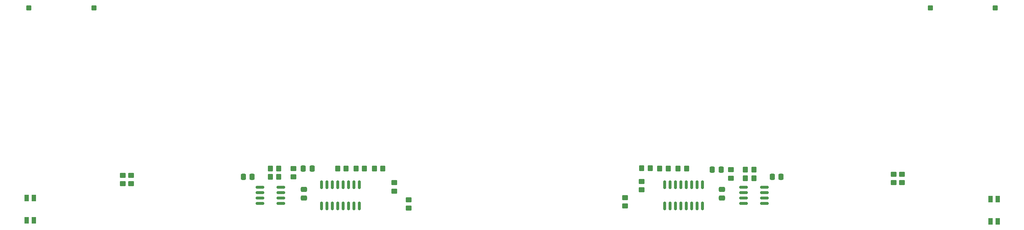
<source format=gtp>
%TF.GenerationSoftware,KiCad,Pcbnew,7.0.7-2.fc38*%
%TF.CreationDate,2023-10-05T15:26:06+05:30*%
%TF.ProjectId,tako,74616b6f-2e6b-4696-9361-645f70636258,rev?*%
%TF.SameCoordinates,Original*%
%TF.FileFunction,Paste,Top*%
%TF.FilePolarity,Positive*%
%FSLAX46Y46*%
G04 Gerber Fmt 4.6, Leading zero omitted, Abs format (unit mm)*
G04 Created by KiCad (PCBNEW 7.0.7-2.fc38) date 2023-10-05 15:26:06*
%MOMM*%
%LPD*%
G01*
G04 APERTURE LIST*
G04 Aperture macros list*
%AMRoundRect*
0 Rectangle with rounded corners*
0 $1 Rounding radius*
0 $2 $3 $4 $5 $6 $7 $8 $9 X,Y pos of 4 corners*
0 Add a 4 corners polygon primitive as box body*
4,1,4,$2,$3,$4,$5,$6,$7,$8,$9,$2,$3,0*
0 Add four circle primitives for the rounded corners*
1,1,$1+$1,$2,$3*
1,1,$1+$1,$4,$5*
1,1,$1+$1,$6,$7*
1,1,$1+$1,$8,$9*
0 Add four rect primitives between the rounded corners*
20,1,$1+$1,$2,$3,$4,$5,0*
20,1,$1+$1,$4,$5,$6,$7,0*
20,1,$1+$1,$6,$7,$8,$9,0*
20,1,$1+$1,$8,$9,$2,$3,0*%
G04 Aperture macros list end*
%ADD10RoundRect,0.312500X-0.312500X-0.312500X0.312500X-0.312500X0.312500X0.312500X-0.312500X0.312500X0*%
%ADD11RoundRect,0.250000X0.350000X0.450000X-0.350000X0.450000X-0.350000X-0.450000X0.350000X-0.450000X0*%
%ADD12RoundRect,0.250000X0.337500X0.475000X-0.337500X0.475000X-0.337500X-0.475000X0.337500X-0.475000X0*%
%ADD13RoundRect,0.250000X-0.450000X0.350000X-0.450000X-0.350000X0.450000X-0.350000X0.450000X0.350000X0*%
%ADD14RoundRect,0.250000X-0.350000X-0.450000X0.350000X-0.450000X0.350000X0.450000X-0.350000X0.450000X0*%
%ADD15R,1.000000X1.550000*%
%ADD16RoundRect,0.150000X0.825000X0.150000X-0.825000X0.150000X-0.825000X-0.150000X0.825000X-0.150000X0*%
%ADD17RoundRect,0.150000X-0.825000X-0.150000X0.825000X-0.150000X0.825000X0.150000X-0.825000X0.150000X0*%
%ADD18RoundRect,0.250000X0.450000X-0.350000X0.450000X0.350000X-0.450000X0.350000X-0.450000X-0.350000X0*%
%ADD19RoundRect,0.250000X0.475000X-0.337500X0.475000X0.337500X-0.475000X0.337500X-0.475000X-0.337500X0*%
%ADD20RoundRect,0.250000X-0.337500X-0.475000X0.337500X-0.475000X0.337500X0.475000X-0.337500X0.475000X0*%
%ADD21RoundRect,0.150000X0.150000X-0.825000X0.150000X0.825000X-0.150000X0.825000X-0.150000X-0.825000X0*%
%ADD22RoundRect,0.312500X0.312500X0.312500X-0.312500X0.312500X-0.312500X-0.312500X0.312500X-0.312500X0*%
%ADD23RoundRect,0.150000X-0.150000X0.825000X-0.150000X-0.825000X0.150000X-0.825000X0.150000X0.825000X0*%
G04 APERTURE END LIST*
D10*
%TO.C,BAT_HOLE-101*%
X38155480Y-57819423D03*
%TD*%
D11*
%TO.C,JP101*%
X96923373Y-95592136D03*
X94923373Y-95592136D03*
%TD*%
D12*
%TO.C,C3*%
X215026049Y-97598989D03*
X212951049Y-97598989D03*
%TD*%
D13*
%TO.C,R12*%
X243439963Y-96966057D03*
X243439963Y-98966057D03*
%TD*%
D14*
%TO.C,R107*%
X110741405Y-95592136D03*
X112741405Y-95592136D03*
%TD*%
D15*
%TO.C,RSW1*%
X265965971Y-102795627D03*
X265965971Y-108045627D03*
X264265971Y-102795627D03*
X264265971Y-108045627D03*
%TD*%
D16*
%TO.C,U103*%
X97398371Y-103842135D03*
X97398371Y-102572135D03*
X97398371Y-101302135D03*
X97398371Y-100032135D03*
X92448371Y-100032135D03*
X92448371Y-101302135D03*
X92448371Y-102572135D03*
X92448371Y-103842135D03*
%TD*%
D14*
%TO.C,R109*%
X115057340Y-95592136D03*
X117057340Y-95592136D03*
%TD*%
D11*
%TO.C,R7*%
X192804486Y-95592133D03*
X190804486Y-95592133D03*
%TD*%
D17*
%TO.C,U3*%
X206147514Y-100032135D03*
X206147514Y-101302135D03*
X206147514Y-102572135D03*
X206147514Y-103842135D03*
X211097514Y-103842135D03*
X211097514Y-102572135D03*
X211097514Y-101302135D03*
X211097514Y-100032135D03*
%TD*%
D10*
%TO.C,BAT_HOLE+1*%
X250116908Y-57819421D03*
%TD*%
D18*
%TO.C,R105*%
X127410896Y-104957579D03*
X127410896Y-102957579D03*
%TD*%
D11*
%TO.C,R110*%
X96923372Y-97592136D03*
X94923372Y-97592136D03*
%TD*%
D19*
%TO.C,C102*%
X102839547Y-102579634D03*
X102839547Y-100504634D03*
%TD*%
D20*
%TO.C,C1*%
X198822514Y-95898991D03*
X200897514Y-95898991D03*
%TD*%
D14*
%TO.C,R108*%
X119373278Y-95592134D03*
X121373278Y-95592134D03*
%TD*%
D18*
%TO.C,R9*%
X182238550Y-100648990D03*
X182238550Y-98648990D03*
%TD*%
D11*
%TO.C,R6*%
X184238547Y-95542492D03*
X182238547Y-95542492D03*
%TD*%
D19*
%TO.C,C2*%
X201122517Y-102579991D03*
X201122517Y-100504991D03*
%TD*%
D11*
%TO.C,R5*%
X188488548Y-95592136D03*
X186488548Y-95592136D03*
%TD*%
D14*
%TO.C,R10*%
X206622514Y-97898990D03*
X208622514Y-97898990D03*
%TD*%
D18*
%TO.C,R111*%
X100323371Y-97592137D03*
X100323371Y-95592137D03*
%TD*%
%TO.C,R8*%
X178304486Y-104459424D03*
X178304486Y-102459424D03*
%TD*%
D21*
%TO.C,U2*%
X187677517Y-104412137D03*
X188947517Y-104412137D03*
X190217517Y-104412137D03*
X191487517Y-104412137D03*
X192757517Y-104412137D03*
X194027517Y-104412137D03*
X195297517Y-104412137D03*
X196567517Y-104412137D03*
X196567517Y-99462137D03*
X195297517Y-99462137D03*
X194027517Y-99462137D03*
X192757517Y-99462137D03*
X191487517Y-99462137D03*
X190217517Y-99462137D03*
X188947517Y-99462137D03*
X187677517Y-99462137D03*
%TD*%
D14*
%TO.C,JP1*%
X206622517Y-95898992D03*
X208622517Y-95898992D03*
%TD*%
D22*
%TO.C,BAT_HOLE+101*%
X53428978Y-57819423D03*
%TD*%
D12*
%TO.C,C101*%
X104723370Y-95592135D03*
X102648370Y-95592135D03*
%TD*%
D22*
%TO.C,BAT_HOLE-1*%
X265390409Y-57819423D03*
%TD*%
D20*
%TO.C,C103*%
X88552047Y-97592135D03*
X90627047Y-97592135D03*
%TD*%
D15*
%TO.C,RSW101*%
X37587468Y-107855596D03*
X37587468Y-102605596D03*
X39287468Y-107855596D03*
X39287468Y-102605596D03*
%TD*%
D23*
%TO.C,U102*%
X115868373Y-99462136D03*
X114598373Y-99462136D03*
X113328373Y-99462136D03*
X112058373Y-99462136D03*
X110788373Y-99462136D03*
X109518373Y-99462136D03*
X108248373Y-99462136D03*
X106978373Y-99462136D03*
X106978373Y-104412136D03*
X108248373Y-104412136D03*
X109518373Y-104412136D03*
X110788373Y-104412136D03*
X112058373Y-104412136D03*
X113328373Y-104412136D03*
X114598373Y-104412136D03*
X115868373Y-104412136D03*
%TD*%
D18*
%TO.C,R11*%
X203222517Y-97898990D03*
X203222517Y-95898990D03*
%TD*%
%TO.C,R106*%
X124060895Y-100957580D03*
X124060895Y-98957580D03*
%TD*%
D13*
%TO.C,R4*%
X241489549Y-96959989D03*
X241489549Y-98959989D03*
%TD*%
%TO.C,R104*%
X62158122Y-97216057D03*
X62158122Y-99216057D03*
%TD*%
%TO.C,R112*%
X60189965Y-97216057D03*
X60189965Y-99216057D03*
%TD*%
M02*

</source>
